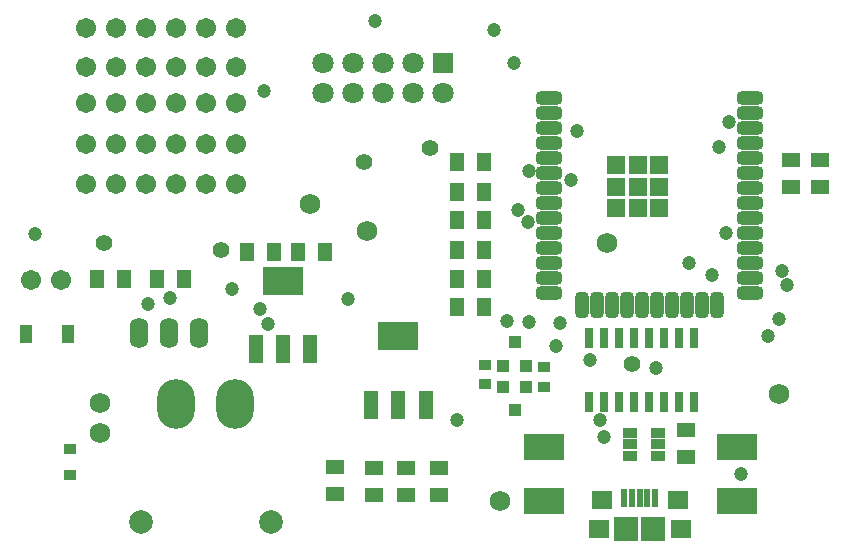
<source format=gts>
G04*
G04 #@! TF.GenerationSoftware,Altium Limited,Altium Designer,21.8.1 (53)*
G04*
G04 Layer_Color=8388736*
%FSLAX44Y44*%
%MOMM*%
G71*
G04*
G04 #@! TF.SameCoordinates,76EF0272-B70A-4994-AA50-455E42ED4320*
G04*
G04*
G04 #@! TF.FilePolarity,Negative*
G04*
G01*
G75*
%ADD15R,1.8032X1.6032*%
%ADD16R,1.6532X1.5032*%
%ADD17R,0.6032X1.5532*%
%ADD18R,2.1032X2.1032*%
G04:AMPARAMS|DCode=19|XSize=2.2032mm|YSize=1.1032mm|CornerRadius=0.3266mm|HoleSize=0mm|Usage=FLASHONLY|Rotation=0.000|XOffset=0mm|YOffset=0mm|HoleType=Round|Shape=RoundedRectangle|*
%AMROUNDEDRECTD19*
21,1,2.2032,0.4500,0,0,0.0*
21,1,1.5500,1.1032,0,0,0.0*
1,1,0.6532,0.7750,-0.2250*
1,1,0.6532,-0.7750,-0.2250*
1,1,0.6532,-0.7750,0.2250*
1,1,0.6532,0.7750,0.2250*
%
%ADD19ROUNDEDRECTD19*%
G04:AMPARAMS|DCode=20|XSize=2.2032mm|YSize=1.1032mm|CornerRadius=0.3266mm|HoleSize=0mm|Usage=FLASHONLY|Rotation=270.000|XOffset=0mm|YOffset=0mm|HoleType=Round|Shape=RoundedRectangle|*
%AMROUNDEDRECTD20*
21,1,2.2032,0.4500,0,0,270.0*
21,1,1.5500,1.1032,0,0,270.0*
1,1,0.6532,-0.2250,-0.7750*
1,1,0.6532,-0.2250,0.7750*
1,1,0.6532,0.2250,0.7750*
1,1,0.6532,0.2250,-0.7750*
%
%ADD20ROUNDEDRECTD20*%
%ADD21R,1.5332X1.5332*%
%ADD22R,1.5332X1.5332*%
%ADD23R,1.3032X1.5032*%
%ADD24R,0.8032X1.7532*%
%ADD25R,1.2032X0.9032*%
%ADD26R,3.4532X2.3532*%
%ADD27R,1.1532X2.3532*%
%ADD28R,1.5032X1.3032*%
%ADD29R,3.4032X2.2532*%
%ADD30R,1.0032X1.1032*%
%ADD31R,1.0332X0.8332*%
%ADD32R,1.0532X1.5032*%
%ADD33R,1.0032X0.8532*%
%ADD34C,2.0032*%
%ADD35O,3.2032X4.2032*%
%ADD36C,1.8032*%
%ADD37R,1.8032X1.8032*%
%ADD38O,1.6032X2.6032*%
%ADD39C,1.7272*%
%ADD40C,1.7032*%
%ADD41C,1.2032*%
%ADD42C,1.4032*%
D15*
X969190Y719189D02*
D03*
X905190D02*
D03*
D16*
X971940Y694690D02*
D03*
X902440Y694690D02*
D03*
D17*
X937190Y721440D02*
D03*
X943690D02*
D03*
X930690D02*
D03*
X950190D02*
D03*
X924190D02*
D03*
D18*
X925690Y694690D02*
D03*
X948690D02*
D03*
D19*
X1030290Y1059820D02*
D03*
Y907420D02*
D03*
Y970920D02*
D03*
Y958220D02*
D03*
Y945520D02*
D03*
Y920120D02*
D03*
Y932820D02*
D03*
Y996320D02*
D03*
Y983620D02*
D03*
Y1009020D02*
D03*
Y1034420D02*
D03*
Y1021720D02*
D03*
Y1047120D02*
D03*
X860290D02*
D03*
Y1059820D02*
D03*
Y1034420D02*
D03*
Y1021720D02*
D03*
Y996320D02*
D03*
Y1009020D02*
D03*
Y945520D02*
D03*
Y932820D02*
D03*
Y958220D02*
D03*
Y970920D02*
D03*
Y983620D02*
D03*
Y907420D02*
D03*
Y920120D02*
D03*
Y894720D02*
D03*
X1030290D02*
D03*
D20*
X989740Y884720D02*
D03*
X938940D02*
D03*
X926240D02*
D03*
X951640D02*
D03*
X964340D02*
D03*
X977040D02*
D03*
X900840D02*
D03*
X913540D02*
D03*
X1002440D02*
D03*
X888140D02*
D03*
D21*
X935290Y984820D02*
D03*
X953640D02*
D03*
X916940D02*
D03*
X953640Y966470D02*
D03*
X916940Y1003170D02*
D03*
D22*
X935290D02*
D03*
X916940Y966470D02*
D03*
X935290D02*
D03*
X953640Y1003170D02*
D03*
D23*
X805180Y956310D02*
D03*
X782180D02*
D03*
Y882650D02*
D03*
X805180D02*
D03*
Y930910D02*
D03*
X782180D02*
D03*
X604380Y929640D02*
D03*
X627380D02*
D03*
X670700D02*
D03*
X647700D02*
D03*
X477450Y906780D02*
D03*
X782250Y1005840D02*
D03*
Y980440D02*
D03*
X805180Y906780D02*
D03*
X782180D02*
D03*
X805250Y1005840D02*
D03*
Y980440D02*
D03*
X500450Y906780D02*
D03*
X551320D02*
D03*
X528320D02*
D03*
D24*
X894080Y802640D02*
D03*
X906780D02*
D03*
X919480D02*
D03*
X932180D02*
D03*
X944880D02*
D03*
X957580D02*
D03*
X970280D02*
D03*
X982980D02*
D03*
X894080Y856640D02*
D03*
X906780D02*
D03*
X919480D02*
D03*
X932180D02*
D03*
X944880D02*
D03*
X957580D02*
D03*
X970280D02*
D03*
X982980D02*
D03*
D25*
X928570Y757080D02*
D03*
Y766580D02*
D03*
Y776080D02*
D03*
X952570Y757080D02*
D03*
Y776080D02*
D03*
Y766580D02*
D03*
D26*
X635000Y905300D02*
D03*
X732790Y858310D02*
D03*
D27*
X635000Y847300D02*
D03*
X612000D02*
D03*
X658000D02*
D03*
X732790Y800310D02*
D03*
X709790D02*
D03*
X755790D02*
D03*
D28*
X739140Y746900D02*
D03*
Y723900D02*
D03*
X767080D02*
D03*
Y746900D02*
D03*
X679450Y747850D02*
D03*
X976630Y755580D02*
D03*
X679450Y724850D02*
D03*
X976630Y778580D02*
D03*
X712470Y746830D02*
D03*
Y723830D02*
D03*
X1065530Y984180D02*
D03*
Y1007180D02*
D03*
X1089660Y984180D02*
D03*
Y1007180D02*
D03*
D29*
X1019810Y718820D02*
D03*
X855980D02*
D03*
X1019810Y764540D02*
D03*
X855980D02*
D03*
D30*
X831240Y853120D02*
D03*
X840740Y833120D02*
D03*
X821740D02*
D03*
X840740Y815340D02*
D03*
X821740D02*
D03*
X831240Y795340D02*
D03*
D31*
X454660Y762840D02*
D03*
Y740590D02*
D03*
D32*
X453390Y859790D02*
D03*
X417890D02*
D03*
D33*
X806451Y833650D02*
D03*
Y817400D02*
D03*
X855980Y815600D02*
D03*
Y831850D02*
D03*
D34*
X624840Y701040D02*
D03*
X514840D02*
D03*
D35*
X544840Y801040D02*
D03*
X594840D02*
D03*
D36*
X669290Y1064260D02*
D03*
X694690D02*
D03*
X720090D02*
D03*
X745490D02*
D03*
X770890D02*
D03*
X669290Y1089660D02*
D03*
X694690D02*
D03*
X720090D02*
D03*
X745490D02*
D03*
D37*
X770890D02*
D03*
D38*
X563880Y861060D02*
D03*
X538480D02*
D03*
X513080D02*
D03*
D39*
X819150Y718820D02*
D03*
X1055370Y808990D02*
D03*
X706585Y947252D02*
D03*
X657860Y970280D02*
D03*
X909320Y937260D02*
D03*
X480060Y801370D02*
D03*
Y775970D02*
D03*
D40*
X570230Y986790D02*
D03*
Y1021080D02*
D03*
Y1055370D02*
D03*
Y1085850D02*
D03*
Y1118870D02*
D03*
X468630Y986790D02*
D03*
X544830D02*
D03*
X519430D02*
D03*
X494030D02*
D03*
X595630D02*
D03*
X468630Y1021080D02*
D03*
X544830D02*
D03*
X519430D02*
D03*
X494030D02*
D03*
X595630D02*
D03*
X468630Y1055370D02*
D03*
X544830D02*
D03*
X519430D02*
D03*
X494030D02*
D03*
X595630D02*
D03*
X447040Y905510D02*
D03*
X421640D02*
D03*
X468630Y1085850D02*
D03*
X544830D02*
D03*
X519430D02*
D03*
X494030D02*
D03*
X595630D02*
D03*
X468630Y1118870D02*
D03*
X595630D02*
D03*
X544830D02*
D03*
X519430D02*
D03*
X494030D02*
D03*
D41*
X615950Y881380D02*
D03*
X622300Y868172D02*
D03*
X690050Y889830D02*
D03*
X950516Y831010D02*
D03*
X906780Y772668D02*
D03*
X903224Y787400D02*
D03*
X978540Y920120D02*
D03*
X1057402Y913384D02*
D03*
X1062228Y901446D02*
D03*
X895350Y837770D02*
D03*
X842772Y955294D02*
D03*
X834136Y964946D02*
D03*
X843130Y870204D02*
D03*
X539750Y890270D02*
D03*
X520700Y885190D02*
D03*
X425466Y944864D02*
D03*
X814070Y1117600D02*
D03*
X830580Y1089660D02*
D03*
X824588Y870862D02*
D03*
X1004062Y1018032D02*
D03*
X1045972Y858012D02*
D03*
X998220Y909828D02*
D03*
X1012698Y1039876D02*
D03*
X1055246Y873128D02*
D03*
X591566Y897890D02*
D03*
X869442Y869696D02*
D03*
X884174Y1032256D02*
D03*
X1022604Y741680D02*
D03*
X782180Y787540D02*
D03*
X712978Y1125474D02*
D03*
X878586Y990600D02*
D03*
X1010036Y945520D02*
D03*
X866553Y850138D02*
D03*
X618998Y1065530D02*
D03*
X843534Y998474D02*
D03*
D42*
X759460Y1017270D02*
D03*
X703580Y1005840D02*
D03*
X483870Y937260D02*
D03*
X582930Y930910D02*
D03*
X930910Y834390D02*
D03*
M02*

</source>
